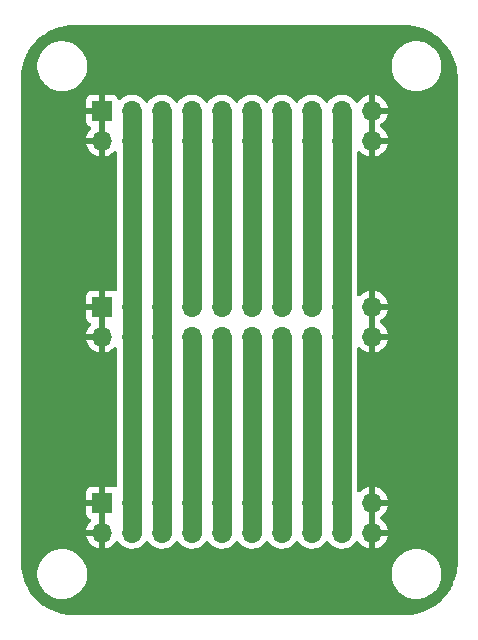
<source format=gbr>
%TF.GenerationSoftware,KiCad,Pcbnew,(6.0.9)*%
%TF.CreationDate,2022-11-26T13:39:15+01:00*%
%TF.ProjectId,backbone,6261636b-626f-46e6-952e-6b696361645f,rev?*%
%TF.SameCoordinates,Original*%
%TF.FileFunction,Copper,L1,Top*%
%TF.FilePolarity,Positive*%
%FSLAX46Y46*%
G04 Gerber Fmt 4.6, Leading zero omitted, Abs format (unit mm)*
G04 Created by KiCad (PCBNEW (6.0.9)) date 2022-11-26 13:39:15*
%MOMM*%
%LPD*%
G01*
G04 APERTURE LIST*
%TA.AperFunction,ComponentPad*%
%ADD10R,1.700000X1.700000*%
%TD*%
%TA.AperFunction,ComponentPad*%
%ADD11O,1.700000X1.700000*%
%TD*%
%TA.AperFunction,Conductor*%
%ADD12C,1.600000*%
%TD*%
G04 APERTURE END LIST*
D10*
%TO.P,J1,1,Pin_1*%
%TO.N,GND*%
X147380000Y-109960000D03*
D11*
%TO.P,J1,2,Pin_2*%
X147380000Y-112500000D03*
%TO.P,J1,3,Pin_3*%
%TO.N,4V*%
X149920000Y-109960000D03*
%TO.P,J1,4,Pin_4*%
X149920000Y-112500000D03*
%TO.P,J1,5,Pin_5*%
%TO.N,NC*%
X152460000Y-109960000D03*
%TO.P,J1,6,Pin_6*%
X152460000Y-112500000D03*
%TO.P,J1,7,Pin_7*%
%TO.N,NC0*%
X155000000Y-109960000D03*
%TO.P,J1,8,Pin_8*%
X155000000Y-112500000D03*
%TO.P,J1,9,Pin_9*%
%TO.N,MCU_RX_COM_TX*%
X157540000Y-109960000D03*
%TO.P,J1,10,Pin_10*%
X157540000Y-112500000D03*
%TO.P,J1,11,Pin_11*%
%TO.N,MCU_TX_COM_RX*%
X160080000Y-109960000D03*
%TO.P,J1,12,Pin_12*%
X160080000Y-112500000D03*
%TO.P,J1,13,Pin_13*%
%TO.N,NC1*%
X162620000Y-109960000D03*
%TO.P,J1,14,Pin_14*%
X162620000Y-112500000D03*
%TO.P,J1,15,Pin_15*%
%TO.N,NC2*%
X165160000Y-109960000D03*
%TO.P,J1,16,Pin_16*%
X165160000Y-112500000D03*
%TO.P,J1,17,Pin_17*%
%TO.N,3.3V*%
X167700000Y-109960000D03*
%TO.P,J1,18,Pin_18*%
X167700000Y-112500000D03*
%TO.P,J1,19,Pin_19*%
%TO.N,GND*%
X170240000Y-109960000D03*
%TO.P,J1,20,Pin_20*%
X170240000Y-112500000D03*
%TD*%
D10*
%TO.P,J3,1,Pin_1*%
%TO.N,GND*%
X147380000Y-76760000D03*
D11*
%TO.P,J3,2,Pin_2*%
X147380000Y-79300000D03*
%TO.P,J3,3,Pin_3*%
%TO.N,4V*%
X149920000Y-76760000D03*
%TO.P,J3,4,Pin_4*%
X149920000Y-79300000D03*
%TO.P,J3,5,Pin_5*%
%TO.N,NC*%
X152460000Y-76760000D03*
%TO.P,J3,6,Pin_6*%
X152460000Y-79300000D03*
%TO.P,J3,7,Pin_7*%
%TO.N,ADC_VBAT*%
X155000000Y-76760000D03*
%TO.P,J3,8,Pin_8*%
X155000000Y-79300000D03*
%TO.P,J3,9,Pin_9*%
%TO.N,ADC_3.3V*%
X157540000Y-76760000D03*
%TO.P,J3,10,Pin_10*%
X157540000Y-79300000D03*
%TO.P,J3,11,Pin_11*%
%TO.N,ADC_4V*%
X160080000Y-76760000D03*
%TO.P,J3,12,Pin_12*%
X160080000Y-79300000D03*
%TO.P,J3,13,Pin_13*%
%TO.N,ROPE_CUT*%
X162620000Y-76760000D03*
%TO.P,J3,14,Pin_14*%
X162620000Y-79300000D03*
%TO.P,J3,15,Pin_15*%
%TO.N,BUZZER*%
X165160000Y-76760000D03*
%TO.P,J3,16,Pin_16*%
X165160000Y-79300000D03*
%TO.P,J3,17,Pin_17*%
%TO.N,3.3V*%
X167700000Y-76760000D03*
%TO.P,J3,18,Pin_18*%
X167700000Y-79300000D03*
%TO.P,J3,19,Pin_19*%
%TO.N,GND*%
X170240000Y-76760000D03*
%TO.P,J3,20,Pin_20*%
X170240000Y-79300000D03*
%TD*%
D10*
%TO.P,J2,1,Pin_1*%
%TO.N,GND*%
X147380000Y-93360000D03*
D11*
%TO.P,J2,2,Pin_2*%
X147380000Y-95900000D03*
%TO.P,J2,3,Pin_3*%
%TO.N,4V*%
X149920000Y-93360000D03*
%TO.P,J2,4,Pin_4*%
X149920000Y-95900000D03*
%TO.P,J2,5,Pin_5*%
%TO.N,NC*%
X152460000Y-93360000D03*
%TO.P,J2,6,Pin_6*%
X152460000Y-95900000D03*
%TO.P,J2,7,Pin_7*%
%TO.N,ADC_VBAT*%
X155000000Y-93360000D03*
%TO.P,J2,8,Pin_8*%
%TO.N,NC0*%
X155000000Y-95900000D03*
%TO.P,J2,9,Pin_9*%
%TO.N,ADC_3.3V*%
X157540000Y-93360000D03*
%TO.P,J2,10,Pin_10*%
%TO.N,MCU_RX_COM_TX*%
X157540000Y-95900000D03*
%TO.P,J2,11,Pin_11*%
%TO.N,ADC_4V*%
X160080000Y-93360000D03*
%TO.P,J2,12,Pin_12*%
%TO.N,MCU_TX_COM_RX*%
X160080000Y-95900000D03*
%TO.P,J2,13,Pin_13*%
%TO.N,ROPE_CUT*%
X162620000Y-93360000D03*
%TO.P,J2,14,Pin_14*%
%TO.N,NC1*%
X162620000Y-95900000D03*
%TO.P,J2,15,Pin_15*%
%TO.N,BUZZER*%
X165160000Y-93360000D03*
%TO.P,J2,16,Pin_16*%
%TO.N,NC2*%
X165160000Y-95900000D03*
%TO.P,J2,17,Pin_17*%
%TO.N,3.3V*%
X167700000Y-93360000D03*
%TO.P,J2,18,Pin_18*%
X167700000Y-95900000D03*
%TO.P,J2,19,Pin_19*%
%TO.N,GND*%
X170240000Y-93360000D03*
%TO.P,J2,20,Pin_20*%
X170240000Y-95900000D03*
%TD*%
D12*
%TO.N,4V*%
X149920000Y-109960000D02*
X149920000Y-95900000D01*
X149920000Y-112500000D02*
X149920000Y-109960000D01*
X149920000Y-95900000D02*
X149920000Y-93360000D01*
X149920000Y-93360000D02*
X149920000Y-79300000D01*
X149920000Y-76760000D02*
X149920000Y-79300000D01*
%TO.N,3.3V*%
X167700000Y-95900000D02*
X167700000Y-109960000D01*
X167700000Y-112500000D02*
X167700000Y-109960000D01*
X167700000Y-93360000D02*
X167700000Y-95900000D01*
X167700000Y-79300000D02*
X167700000Y-93360000D01*
X167700000Y-76760000D02*
X167700000Y-79300000D01*
%TO.N,ADC_VBAT*%
X155000000Y-76760000D02*
X155000000Y-79300000D01*
X155000000Y-79300000D02*
X155000000Y-93360000D01*
%TO.N,ADC_3.3V*%
X157540000Y-79300000D02*
X157540000Y-93360000D01*
X157540000Y-76760000D02*
X157540000Y-79300000D01*
%TO.N,ADC_4V*%
X160080000Y-93360000D02*
X160080000Y-79300000D01*
X160080000Y-76760000D02*
X160080000Y-79300000D01*
%TO.N,ROPE_CUT*%
X162620000Y-79300000D02*
X162620000Y-93360000D01*
X162620000Y-76760000D02*
X162620000Y-79300000D01*
%TO.N,BUZZER*%
X165160000Y-93360000D02*
X165160000Y-79300000D01*
X165160000Y-76760000D02*
X165160000Y-79300000D01*
%TO.N,MCU_RX_COM_TX*%
X157540000Y-112500000D02*
X157540000Y-109960000D01*
X157540000Y-109960000D02*
X157540000Y-95900000D01*
%TO.N,MCU_TX_COM_RX*%
X160080000Y-95900000D02*
X160080000Y-109960000D01*
X160080000Y-109960000D02*
X160080000Y-112500000D01*
%TO.N,NC*%
X152460000Y-109960000D02*
X152460000Y-95900000D01*
X152460000Y-93360000D02*
X152460000Y-95900000D01*
X152460000Y-76760000D02*
X152460000Y-79300000D01*
X152460000Y-112500000D02*
X152460000Y-109960000D01*
X152460000Y-79300000D02*
X152460000Y-93360000D01*
%TO.N,NC0*%
X155000000Y-112500000D02*
X155000000Y-109960000D01*
X155000000Y-109960000D02*
X155000000Y-95900000D01*
%TO.N,NC1*%
X162620000Y-109960000D02*
X162620000Y-112500000D01*
X162620000Y-95900000D02*
X162620000Y-109960000D01*
%TO.N,NC2*%
X165160000Y-112500000D02*
X165160000Y-109960000D01*
X165160000Y-109960000D02*
X165160000Y-95900000D01*
%TD*%
%TA.AperFunction,Conductor*%
%TO.N,GND*%
G36*
X172970018Y-69510000D02*
G01*
X172984851Y-69512310D01*
X172984855Y-69512310D01*
X172993724Y-69513691D01*
X173014183Y-69511016D01*
X173036007Y-69510072D01*
X173385965Y-69525352D01*
X173396913Y-69526310D01*
X173774498Y-69576019D01*
X173785307Y-69577926D01*
X174157114Y-69660353D01*
X174167731Y-69663198D01*
X174530939Y-69777718D01*
X174541254Y-69781471D01*
X174893123Y-69927220D01*
X174903067Y-69931858D01*
X175240867Y-70107705D01*
X175250387Y-70113201D01*
X175571574Y-70317820D01*
X175580578Y-70324124D01*
X175882716Y-70555962D01*
X175891137Y-70563028D01*
X176171914Y-70820314D01*
X176179686Y-70828086D01*
X176436972Y-71108863D01*
X176444038Y-71117284D01*
X176675876Y-71419422D01*
X176682180Y-71428426D01*
X176886799Y-71749613D01*
X176892294Y-71759132D01*
X177036859Y-72036837D01*
X177068138Y-72096924D01*
X177072780Y-72106877D01*
X177218526Y-72458739D01*
X177222282Y-72469061D01*
X177251143Y-72560594D01*
X177336802Y-72832268D01*
X177339647Y-72842885D01*
X177404840Y-73136951D01*
X177422073Y-73214685D01*
X177423981Y-73225502D01*
X177451582Y-73435159D01*
X177473690Y-73603086D01*
X177474648Y-73614035D01*
X177479096Y-73715898D01*
X177489603Y-73956552D01*
X177488223Y-73981429D01*
X177486309Y-73993724D01*
X177487473Y-74002626D01*
X177487473Y-74002628D01*
X177490436Y-74025283D01*
X177491500Y-74041621D01*
X177491500Y-114950633D01*
X177490000Y-114970018D01*
X177487690Y-114984851D01*
X177487690Y-114984855D01*
X177486309Y-114993724D01*
X177488984Y-115014183D01*
X177489928Y-115036007D01*
X177478915Y-115288230D01*
X177474648Y-115385964D01*
X177473690Y-115396913D01*
X177449834Y-115578124D01*
X177423982Y-115774490D01*
X177422074Y-115785307D01*
X177339647Y-116157114D01*
X177336802Y-116167731D01*
X177249842Y-116443534D01*
X177222285Y-116530932D01*
X177218529Y-116541254D01*
X177115439Y-116790136D01*
X177072784Y-116893114D01*
X177068142Y-116903067D01*
X176910362Y-117206161D01*
X176892295Y-117240867D01*
X176886799Y-117250387D01*
X176682180Y-117571574D01*
X176675876Y-117580578D01*
X176444038Y-117882716D01*
X176436972Y-117891137D01*
X176179686Y-118171914D01*
X176171914Y-118179686D01*
X175891137Y-118436972D01*
X175882716Y-118444038D01*
X175580578Y-118675876D01*
X175571574Y-118682180D01*
X175250387Y-118886799D01*
X175240868Y-118892294D01*
X174903067Y-119068142D01*
X174893123Y-119072780D01*
X174541254Y-119218529D01*
X174530939Y-119222282D01*
X174167732Y-119336802D01*
X174157115Y-119339647D01*
X173785307Y-119422074D01*
X173774498Y-119423981D01*
X173396914Y-119473690D01*
X173385965Y-119474648D01*
X173043446Y-119489603D01*
X173018571Y-119488223D01*
X173006276Y-119486309D01*
X172997374Y-119487473D01*
X172997372Y-119487473D01*
X172982323Y-119489441D01*
X172974714Y-119490436D01*
X172958379Y-119491500D01*
X145049367Y-119491500D01*
X145029982Y-119490000D01*
X145015149Y-119487690D01*
X145015145Y-119487690D01*
X145006276Y-119486309D01*
X144985817Y-119488984D01*
X144963993Y-119489928D01*
X144614035Y-119474648D01*
X144603086Y-119473690D01*
X144225502Y-119423981D01*
X144214693Y-119422074D01*
X143842885Y-119339647D01*
X143832268Y-119336802D01*
X143469061Y-119222282D01*
X143458746Y-119218529D01*
X143106877Y-119072780D01*
X143096933Y-119068142D01*
X142759132Y-118892294D01*
X142749613Y-118886799D01*
X142428426Y-118682180D01*
X142419422Y-118675876D01*
X142117284Y-118444038D01*
X142108863Y-118436972D01*
X141828086Y-118179686D01*
X141820314Y-118171914D01*
X141563028Y-117891137D01*
X141555962Y-117882716D01*
X141324124Y-117580578D01*
X141317820Y-117571574D01*
X141113201Y-117250387D01*
X141107705Y-117240867D01*
X141089638Y-117206161D01*
X140931858Y-116903067D01*
X140927216Y-116893114D01*
X140884562Y-116790136D01*
X140781471Y-116541254D01*
X140777715Y-116530932D01*
X140750159Y-116443534D01*
X140663198Y-116167731D01*
X140660353Y-116157114D01*
X140654941Y-116132703D01*
X141890743Y-116132703D01*
X141891302Y-116136947D01*
X141891302Y-116136951D01*
X141907810Y-116262340D01*
X141928268Y-116417734D01*
X142004129Y-116695036D01*
X142116923Y-116959476D01*
X142264561Y-117206161D01*
X142444313Y-117430528D01*
X142461397Y-117446740D01*
X142592945Y-117571574D01*
X142652851Y-117628423D01*
X142886317Y-117796186D01*
X142890112Y-117798195D01*
X142890113Y-117798196D01*
X142911869Y-117809715D01*
X143140392Y-117930712D01*
X143410373Y-118029511D01*
X143691264Y-118090755D01*
X143719841Y-118093004D01*
X143914282Y-118108307D01*
X143914291Y-118108307D01*
X143916739Y-118108500D01*
X144072271Y-118108500D01*
X144074407Y-118108354D01*
X144074418Y-118108354D01*
X144282548Y-118094165D01*
X144282554Y-118094164D01*
X144286825Y-118093873D01*
X144291020Y-118093004D01*
X144291022Y-118093004D01*
X144427583Y-118064724D01*
X144568342Y-118035574D01*
X144839343Y-117939607D01*
X145094812Y-117807750D01*
X145098313Y-117805289D01*
X145098317Y-117805287D01*
X145212418Y-117725095D01*
X145330023Y-117642441D01*
X145540622Y-117446740D01*
X145722713Y-117224268D01*
X145872927Y-116979142D01*
X145908463Y-116898190D01*
X145986757Y-116719830D01*
X145988483Y-116715898D01*
X146067244Y-116439406D01*
X146107751Y-116154784D01*
X146107845Y-116136951D01*
X146107867Y-116132703D01*
X171890743Y-116132703D01*
X171891302Y-116136947D01*
X171891302Y-116136951D01*
X171907810Y-116262340D01*
X171928268Y-116417734D01*
X172004129Y-116695036D01*
X172116923Y-116959476D01*
X172264561Y-117206161D01*
X172444313Y-117430528D01*
X172461397Y-117446740D01*
X172592945Y-117571574D01*
X172652851Y-117628423D01*
X172886317Y-117796186D01*
X172890112Y-117798195D01*
X172890113Y-117798196D01*
X172911869Y-117809715D01*
X173140392Y-117930712D01*
X173410373Y-118029511D01*
X173691264Y-118090755D01*
X173719841Y-118093004D01*
X173914282Y-118108307D01*
X173914291Y-118108307D01*
X173916739Y-118108500D01*
X174072271Y-118108500D01*
X174074407Y-118108354D01*
X174074418Y-118108354D01*
X174282548Y-118094165D01*
X174282554Y-118094164D01*
X174286825Y-118093873D01*
X174291020Y-118093004D01*
X174291022Y-118093004D01*
X174427583Y-118064724D01*
X174568342Y-118035574D01*
X174839343Y-117939607D01*
X175094812Y-117807750D01*
X175098313Y-117805289D01*
X175098317Y-117805287D01*
X175212418Y-117725095D01*
X175330023Y-117642441D01*
X175540622Y-117446740D01*
X175722713Y-117224268D01*
X175872927Y-116979142D01*
X175908463Y-116898190D01*
X175986757Y-116719830D01*
X175988483Y-116715898D01*
X176067244Y-116439406D01*
X176107751Y-116154784D01*
X176107845Y-116136951D01*
X176109235Y-115871583D01*
X176109235Y-115871576D01*
X176109257Y-115867297D01*
X176071732Y-115582266D01*
X175995871Y-115304964D01*
X175883077Y-115040524D01*
X175735439Y-114793839D01*
X175555687Y-114569472D01*
X175347149Y-114371577D01*
X175113683Y-114203814D01*
X175091843Y-114192250D01*
X175068654Y-114179972D01*
X174859608Y-114069288D01*
X174589627Y-113970489D01*
X174308736Y-113909245D01*
X174277685Y-113906801D01*
X174085718Y-113891693D01*
X174085709Y-113891693D01*
X174083261Y-113891500D01*
X173927729Y-113891500D01*
X173925593Y-113891646D01*
X173925582Y-113891646D01*
X173717452Y-113905835D01*
X173717446Y-113905836D01*
X173713175Y-113906127D01*
X173708980Y-113906996D01*
X173708978Y-113906996D01*
X173572417Y-113935276D01*
X173431658Y-113964426D01*
X173160657Y-114060393D01*
X172905188Y-114192250D01*
X172901687Y-114194711D01*
X172901683Y-114194713D01*
X172891594Y-114201804D01*
X172669977Y-114357559D01*
X172459378Y-114553260D01*
X172277287Y-114775732D01*
X172127073Y-115020858D01*
X172011517Y-115284102D01*
X171932756Y-115560594D01*
X171892249Y-115845216D01*
X171892227Y-115849505D01*
X171892226Y-115849512D01*
X171891923Y-115907445D01*
X171890743Y-116132703D01*
X146107867Y-116132703D01*
X146109235Y-115871583D01*
X146109235Y-115871576D01*
X146109257Y-115867297D01*
X146071732Y-115582266D01*
X145995871Y-115304964D01*
X145883077Y-115040524D01*
X145735439Y-114793839D01*
X145555687Y-114569472D01*
X145347149Y-114371577D01*
X145113683Y-114203814D01*
X145091843Y-114192250D01*
X145068654Y-114179972D01*
X144859608Y-114069288D01*
X144589627Y-113970489D01*
X144308736Y-113909245D01*
X144277685Y-113906801D01*
X144085718Y-113891693D01*
X144085709Y-113891693D01*
X144083261Y-113891500D01*
X143927729Y-113891500D01*
X143925593Y-113891646D01*
X143925582Y-113891646D01*
X143717452Y-113905835D01*
X143717446Y-113905836D01*
X143713175Y-113906127D01*
X143708980Y-113906996D01*
X143708978Y-113906996D01*
X143572417Y-113935276D01*
X143431658Y-113964426D01*
X143160657Y-114060393D01*
X142905188Y-114192250D01*
X142901687Y-114194711D01*
X142901683Y-114194713D01*
X142891594Y-114201804D01*
X142669977Y-114357559D01*
X142459378Y-114553260D01*
X142277287Y-114775732D01*
X142127073Y-115020858D01*
X142011517Y-115284102D01*
X141932756Y-115560594D01*
X141892249Y-115845216D01*
X141892227Y-115849505D01*
X141892226Y-115849512D01*
X141891923Y-115907445D01*
X141890743Y-116132703D01*
X140654941Y-116132703D01*
X140577926Y-115785307D01*
X140576018Y-115774490D01*
X140550167Y-115578124D01*
X140526310Y-115396913D01*
X140525352Y-115385964D01*
X140521085Y-115288230D01*
X140510561Y-115047206D01*
X140512188Y-115020805D01*
X140512769Y-115017352D01*
X140512770Y-115017345D01*
X140513576Y-115012552D01*
X140513729Y-115000000D01*
X140509773Y-114972376D01*
X140508500Y-114954514D01*
X140508500Y-112767966D01*
X146048257Y-112767966D01*
X146078565Y-112902446D01*
X146081645Y-112912275D01*
X146161770Y-113109603D01*
X146166413Y-113118794D01*
X146277694Y-113300388D01*
X146283777Y-113308699D01*
X146423213Y-113469667D01*
X146430580Y-113476883D01*
X146594434Y-113612916D01*
X146602881Y-113618831D01*
X146786756Y-113726279D01*
X146796042Y-113730729D01*
X146995001Y-113806703D01*
X147004899Y-113809579D01*
X147108250Y-113830606D01*
X147122299Y-113829410D01*
X147126000Y-113819065D01*
X147126000Y-113818517D01*
X147634000Y-113818517D01*
X147638064Y-113832359D01*
X147651478Y-113834393D01*
X147658184Y-113833534D01*
X147668262Y-113831392D01*
X147872255Y-113770191D01*
X147881842Y-113766433D01*
X148073095Y-113672739D01*
X148081945Y-113667464D01*
X148255328Y-113543792D01*
X148263200Y-113537139D01*
X148414052Y-113386812D01*
X148420730Y-113378965D01*
X148548022Y-113201819D01*
X148549279Y-113202722D01*
X148596373Y-113159362D01*
X148666311Y-113147145D01*
X148731751Y-113174678D01*
X148759579Y-113206511D01*
X148819987Y-113305088D01*
X148966250Y-113473938D01*
X149138126Y-113616632D01*
X149331000Y-113729338D01*
X149539692Y-113809030D01*
X149544760Y-113810061D01*
X149544763Y-113810062D01*
X149639862Y-113829410D01*
X149758597Y-113853567D01*
X149763772Y-113853757D01*
X149763774Y-113853757D01*
X149976673Y-113861564D01*
X149976677Y-113861564D01*
X149981837Y-113861753D01*
X149986957Y-113861097D01*
X149986959Y-113861097D01*
X150198288Y-113834025D01*
X150198289Y-113834025D01*
X150203416Y-113833368D01*
X150208366Y-113831883D01*
X150412429Y-113770661D01*
X150412434Y-113770659D01*
X150417384Y-113769174D01*
X150617994Y-113670896D01*
X150799860Y-113541173D01*
X150958096Y-113383489D01*
X151088453Y-113202077D01*
X151089776Y-113203028D01*
X151136645Y-113159857D01*
X151206580Y-113147625D01*
X151272026Y-113175144D01*
X151299875Y-113206994D01*
X151359987Y-113305088D01*
X151506250Y-113473938D01*
X151678126Y-113616632D01*
X151871000Y-113729338D01*
X152079692Y-113809030D01*
X152084760Y-113810061D01*
X152084763Y-113810062D01*
X152179862Y-113829410D01*
X152298597Y-113853567D01*
X152303772Y-113853757D01*
X152303774Y-113853757D01*
X152516673Y-113861564D01*
X152516677Y-113861564D01*
X152521837Y-113861753D01*
X152526957Y-113861097D01*
X152526959Y-113861097D01*
X152738288Y-113834025D01*
X152738289Y-113834025D01*
X152743416Y-113833368D01*
X152748366Y-113831883D01*
X152952429Y-113770661D01*
X152952434Y-113770659D01*
X152957384Y-113769174D01*
X153157994Y-113670896D01*
X153339860Y-113541173D01*
X153498096Y-113383489D01*
X153628453Y-113202077D01*
X153629776Y-113203028D01*
X153676645Y-113159857D01*
X153746580Y-113147625D01*
X153812026Y-113175144D01*
X153839875Y-113206994D01*
X153899987Y-113305088D01*
X154046250Y-113473938D01*
X154218126Y-113616632D01*
X154411000Y-113729338D01*
X154619692Y-113809030D01*
X154624760Y-113810061D01*
X154624763Y-113810062D01*
X154719862Y-113829410D01*
X154838597Y-113853567D01*
X154843772Y-113853757D01*
X154843774Y-113853757D01*
X155056673Y-113861564D01*
X155056677Y-113861564D01*
X155061837Y-113861753D01*
X155066957Y-113861097D01*
X155066959Y-113861097D01*
X155278288Y-113834025D01*
X155278289Y-113834025D01*
X155283416Y-113833368D01*
X155288366Y-113831883D01*
X155492429Y-113770661D01*
X155492434Y-113770659D01*
X155497384Y-113769174D01*
X155697994Y-113670896D01*
X155879860Y-113541173D01*
X156038096Y-113383489D01*
X156168453Y-113202077D01*
X156169776Y-113203028D01*
X156216645Y-113159857D01*
X156286580Y-113147625D01*
X156352026Y-113175144D01*
X156379875Y-113206994D01*
X156439987Y-113305088D01*
X156586250Y-113473938D01*
X156758126Y-113616632D01*
X156951000Y-113729338D01*
X157159692Y-113809030D01*
X157164760Y-113810061D01*
X157164763Y-113810062D01*
X157259862Y-113829410D01*
X157378597Y-113853567D01*
X157383772Y-113853757D01*
X157383774Y-113853757D01*
X157596673Y-113861564D01*
X157596677Y-113861564D01*
X157601837Y-113861753D01*
X157606957Y-113861097D01*
X157606959Y-113861097D01*
X157818288Y-113834025D01*
X157818289Y-113834025D01*
X157823416Y-113833368D01*
X157828366Y-113831883D01*
X158032429Y-113770661D01*
X158032434Y-113770659D01*
X158037384Y-113769174D01*
X158237994Y-113670896D01*
X158419860Y-113541173D01*
X158578096Y-113383489D01*
X158708453Y-113202077D01*
X158709776Y-113203028D01*
X158756645Y-113159857D01*
X158826580Y-113147625D01*
X158892026Y-113175144D01*
X158919875Y-113206994D01*
X158979987Y-113305088D01*
X159126250Y-113473938D01*
X159298126Y-113616632D01*
X159491000Y-113729338D01*
X159699692Y-113809030D01*
X159704760Y-113810061D01*
X159704763Y-113810062D01*
X159799862Y-113829410D01*
X159918597Y-113853567D01*
X159923772Y-113853757D01*
X159923774Y-113853757D01*
X160136673Y-113861564D01*
X160136677Y-113861564D01*
X160141837Y-113861753D01*
X160146957Y-113861097D01*
X160146959Y-113861097D01*
X160358288Y-113834025D01*
X160358289Y-113834025D01*
X160363416Y-113833368D01*
X160368366Y-113831883D01*
X160572429Y-113770661D01*
X160572434Y-113770659D01*
X160577384Y-113769174D01*
X160777994Y-113670896D01*
X160959860Y-113541173D01*
X161118096Y-113383489D01*
X161248453Y-113202077D01*
X161249776Y-113203028D01*
X161296645Y-113159857D01*
X161366580Y-113147625D01*
X161432026Y-113175144D01*
X161459875Y-113206994D01*
X161519987Y-113305088D01*
X161666250Y-113473938D01*
X161838126Y-113616632D01*
X162031000Y-113729338D01*
X162239692Y-113809030D01*
X162244760Y-113810061D01*
X162244763Y-113810062D01*
X162339862Y-113829410D01*
X162458597Y-113853567D01*
X162463772Y-113853757D01*
X162463774Y-113853757D01*
X162676673Y-113861564D01*
X162676677Y-113861564D01*
X162681837Y-113861753D01*
X162686957Y-113861097D01*
X162686959Y-113861097D01*
X162898288Y-113834025D01*
X162898289Y-113834025D01*
X162903416Y-113833368D01*
X162908366Y-113831883D01*
X163112429Y-113770661D01*
X163112434Y-113770659D01*
X163117384Y-113769174D01*
X163317994Y-113670896D01*
X163499860Y-113541173D01*
X163658096Y-113383489D01*
X163788453Y-113202077D01*
X163789776Y-113203028D01*
X163836645Y-113159857D01*
X163906580Y-113147625D01*
X163972026Y-113175144D01*
X163999875Y-113206994D01*
X164059987Y-113305088D01*
X164206250Y-113473938D01*
X164378126Y-113616632D01*
X164571000Y-113729338D01*
X164779692Y-113809030D01*
X164784760Y-113810061D01*
X164784763Y-113810062D01*
X164879862Y-113829410D01*
X164998597Y-113853567D01*
X165003772Y-113853757D01*
X165003774Y-113853757D01*
X165216673Y-113861564D01*
X165216677Y-113861564D01*
X165221837Y-113861753D01*
X165226957Y-113861097D01*
X165226959Y-113861097D01*
X165438288Y-113834025D01*
X165438289Y-113834025D01*
X165443416Y-113833368D01*
X165448366Y-113831883D01*
X165652429Y-113770661D01*
X165652434Y-113770659D01*
X165657384Y-113769174D01*
X165857994Y-113670896D01*
X166039860Y-113541173D01*
X166198096Y-113383489D01*
X166328453Y-113202077D01*
X166329776Y-113203028D01*
X166376645Y-113159857D01*
X166446580Y-113147625D01*
X166512026Y-113175144D01*
X166539875Y-113206994D01*
X166599987Y-113305088D01*
X166746250Y-113473938D01*
X166918126Y-113616632D01*
X167111000Y-113729338D01*
X167319692Y-113809030D01*
X167324760Y-113810061D01*
X167324763Y-113810062D01*
X167419862Y-113829410D01*
X167538597Y-113853567D01*
X167543772Y-113853757D01*
X167543774Y-113853757D01*
X167756673Y-113861564D01*
X167756677Y-113861564D01*
X167761837Y-113861753D01*
X167766957Y-113861097D01*
X167766959Y-113861097D01*
X167978288Y-113834025D01*
X167978289Y-113834025D01*
X167983416Y-113833368D01*
X167988366Y-113831883D01*
X168192429Y-113770661D01*
X168192434Y-113770659D01*
X168197384Y-113769174D01*
X168397994Y-113670896D01*
X168579860Y-113541173D01*
X168738096Y-113383489D01*
X168868453Y-113202077D01*
X168869640Y-113202930D01*
X168916960Y-113159362D01*
X168986897Y-113147145D01*
X169052338Y-113174678D01*
X169080166Y-113206511D01*
X169137694Y-113300388D01*
X169143777Y-113308699D01*
X169283213Y-113469667D01*
X169290580Y-113476883D01*
X169454434Y-113612916D01*
X169462881Y-113618831D01*
X169646756Y-113726279D01*
X169656042Y-113730729D01*
X169855001Y-113806703D01*
X169864899Y-113809579D01*
X169968250Y-113830606D01*
X169982299Y-113829410D01*
X169986000Y-113819065D01*
X169986000Y-113818517D01*
X170494000Y-113818517D01*
X170498064Y-113832359D01*
X170511478Y-113834393D01*
X170518184Y-113833534D01*
X170528262Y-113831392D01*
X170732255Y-113770191D01*
X170741842Y-113766433D01*
X170933095Y-113672739D01*
X170941945Y-113667464D01*
X171115328Y-113543792D01*
X171123200Y-113537139D01*
X171274052Y-113386812D01*
X171280730Y-113378965D01*
X171405003Y-113206020D01*
X171410313Y-113197183D01*
X171504670Y-113006267D01*
X171508469Y-112996672D01*
X171570377Y-112792910D01*
X171572555Y-112782837D01*
X171573986Y-112771962D01*
X171571775Y-112757778D01*
X171558617Y-112754000D01*
X170512115Y-112754000D01*
X170496876Y-112758475D01*
X170495671Y-112759865D01*
X170494000Y-112767548D01*
X170494000Y-113818517D01*
X169986000Y-113818517D01*
X169986000Y-112227885D01*
X170494000Y-112227885D01*
X170498475Y-112243124D01*
X170499865Y-112244329D01*
X170507548Y-112246000D01*
X171558344Y-112246000D01*
X171571875Y-112242027D01*
X171573180Y-112232947D01*
X171531214Y-112065875D01*
X171527894Y-112056124D01*
X171442972Y-111860814D01*
X171438105Y-111851739D01*
X171322426Y-111672926D01*
X171316136Y-111664757D01*
X171172806Y-111507240D01*
X171165273Y-111500215D01*
X170998139Y-111368222D01*
X170989552Y-111362517D01*
X170952116Y-111341851D01*
X170902146Y-111291419D01*
X170887374Y-111221976D01*
X170912490Y-111155571D01*
X170939842Y-111128964D01*
X171115327Y-111003792D01*
X171123200Y-110997139D01*
X171274052Y-110846812D01*
X171280730Y-110838965D01*
X171405003Y-110666020D01*
X171410313Y-110657183D01*
X171504670Y-110466267D01*
X171508469Y-110456672D01*
X171570377Y-110252910D01*
X171572555Y-110242837D01*
X171573986Y-110231962D01*
X171571775Y-110217778D01*
X171558617Y-110214000D01*
X170512115Y-110214000D01*
X170496876Y-110218475D01*
X170495671Y-110219865D01*
X170494000Y-110227548D01*
X170494000Y-112227885D01*
X169986000Y-112227885D01*
X169986000Y-109687885D01*
X170494000Y-109687885D01*
X170498475Y-109703124D01*
X170499865Y-109704329D01*
X170507548Y-109706000D01*
X171558344Y-109706000D01*
X171571875Y-109702027D01*
X171573180Y-109692947D01*
X171531214Y-109525875D01*
X171527894Y-109516124D01*
X171442972Y-109320814D01*
X171438105Y-109311739D01*
X171322426Y-109132926D01*
X171316136Y-109124757D01*
X171172806Y-108967240D01*
X171165273Y-108960215D01*
X170998139Y-108828222D01*
X170989552Y-108822517D01*
X170803117Y-108719599D01*
X170793705Y-108715369D01*
X170592959Y-108644280D01*
X170582988Y-108641646D01*
X170511837Y-108628972D01*
X170498540Y-108630432D01*
X170494000Y-108644989D01*
X170494000Y-109687885D01*
X169986000Y-109687885D01*
X169986000Y-108643102D01*
X169982082Y-108629758D01*
X169967806Y-108627771D01*
X169929324Y-108633660D01*
X169919288Y-108636051D01*
X169716868Y-108702212D01*
X169707359Y-108706209D01*
X169518463Y-108804542D01*
X169509738Y-108810036D01*
X169339433Y-108937905D01*
X169331726Y-108944748D01*
X169225594Y-109055809D01*
X169164070Y-109091239D01*
X169093157Y-109087782D01*
X169035371Y-109046536D01*
X169009057Y-108980596D01*
X169008500Y-108968758D01*
X169008500Y-96890431D01*
X169028502Y-96822310D01*
X169082158Y-96775817D01*
X169152432Y-96765713D01*
X169217012Y-96795207D01*
X169229737Y-96807933D01*
X169283218Y-96869673D01*
X169290580Y-96876883D01*
X169454434Y-97012916D01*
X169462881Y-97018831D01*
X169646756Y-97126279D01*
X169656042Y-97130729D01*
X169855001Y-97206703D01*
X169864899Y-97209579D01*
X169968250Y-97230606D01*
X169982299Y-97229410D01*
X169986000Y-97219065D01*
X169986000Y-97218517D01*
X170494000Y-97218517D01*
X170498064Y-97232359D01*
X170511478Y-97234393D01*
X170518184Y-97233534D01*
X170528262Y-97231392D01*
X170732255Y-97170191D01*
X170741842Y-97166433D01*
X170933095Y-97072739D01*
X170941945Y-97067464D01*
X171115328Y-96943792D01*
X171123200Y-96937139D01*
X171274052Y-96786812D01*
X171280730Y-96778965D01*
X171405003Y-96606020D01*
X171410313Y-96597183D01*
X171504670Y-96406267D01*
X171508469Y-96396672D01*
X171570377Y-96192910D01*
X171572555Y-96182837D01*
X171573986Y-96171962D01*
X171571775Y-96157778D01*
X171558617Y-96154000D01*
X170512115Y-96154000D01*
X170496876Y-96158475D01*
X170495671Y-96159865D01*
X170494000Y-96167548D01*
X170494000Y-97218517D01*
X169986000Y-97218517D01*
X169986000Y-95627885D01*
X170494000Y-95627885D01*
X170498475Y-95643124D01*
X170499865Y-95644329D01*
X170507548Y-95646000D01*
X171558344Y-95646000D01*
X171571875Y-95642027D01*
X171573180Y-95632947D01*
X171531214Y-95465875D01*
X171527894Y-95456124D01*
X171442972Y-95260814D01*
X171438105Y-95251739D01*
X171322426Y-95072926D01*
X171316136Y-95064757D01*
X171172806Y-94907240D01*
X171165273Y-94900215D01*
X170998139Y-94768222D01*
X170989552Y-94762517D01*
X170952116Y-94741851D01*
X170902146Y-94691419D01*
X170887374Y-94621976D01*
X170912490Y-94555571D01*
X170939842Y-94528964D01*
X171115327Y-94403792D01*
X171123200Y-94397139D01*
X171274052Y-94246812D01*
X171280730Y-94238965D01*
X171405003Y-94066020D01*
X171410313Y-94057183D01*
X171504670Y-93866267D01*
X171508469Y-93856672D01*
X171570377Y-93652910D01*
X171572555Y-93642837D01*
X171573986Y-93631962D01*
X171571775Y-93617778D01*
X171558617Y-93614000D01*
X170512115Y-93614000D01*
X170496876Y-93618475D01*
X170495671Y-93619865D01*
X170494000Y-93627548D01*
X170494000Y-95627885D01*
X169986000Y-95627885D01*
X169986000Y-93087885D01*
X170494000Y-93087885D01*
X170498475Y-93103124D01*
X170499865Y-93104329D01*
X170507548Y-93106000D01*
X171558344Y-93106000D01*
X171571875Y-93102027D01*
X171573180Y-93092947D01*
X171531214Y-92925875D01*
X171527894Y-92916124D01*
X171442972Y-92720814D01*
X171438105Y-92711739D01*
X171322426Y-92532926D01*
X171316136Y-92524757D01*
X171172806Y-92367240D01*
X171165273Y-92360215D01*
X170998139Y-92228222D01*
X170989552Y-92222517D01*
X170803117Y-92119599D01*
X170793705Y-92115369D01*
X170592959Y-92044280D01*
X170582988Y-92041646D01*
X170511837Y-92028972D01*
X170498540Y-92030432D01*
X170494000Y-92044989D01*
X170494000Y-93087885D01*
X169986000Y-93087885D01*
X169986000Y-92043102D01*
X169982082Y-92029758D01*
X169967806Y-92027771D01*
X169929324Y-92033660D01*
X169919288Y-92036051D01*
X169716868Y-92102212D01*
X169707359Y-92106209D01*
X169518463Y-92204542D01*
X169509738Y-92210036D01*
X169339433Y-92337905D01*
X169331726Y-92344748D01*
X169225594Y-92455809D01*
X169164070Y-92491239D01*
X169093157Y-92487782D01*
X169035371Y-92446536D01*
X169009057Y-92380596D01*
X169008500Y-92368758D01*
X169008500Y-80290431D01*
X169028502Y-80222310D01*
X169082158Y-80175817D01*
X169152432Y-80165713D01*
X169217012Y-80195207D01*
X169229737Y-80207933D01*
X169283218Y-80269673D01*
X169290580Y-80276883D01*
X169454434Y-80412916D01*
X169462881Y-80418831D01*
X169646756Y-80526279D01*
X169656042Y-80530729D01*
X169855001Y-80606703D01*
X169864899Y-80609579D01*
X169968250Y-80630606D01*
X169982299Y-80629410D01*
X169986000Y-80619065D01*
X169986000Y-80618517D01*
X170494000Y-80618517D01*
X170498064Y-80632359D01*
X170511478Y-80634393D01*
X170518184Y-80633534D01*
X170528262Y-80631392D01*
X170732255Y-80570191D01*
X170741842Y-80566433D01*
X170933095Y-80472739D01*
X170941945Y-80467464D01*
X171115328Y-80343792D01*
X171123200Y-80337139D01*
X171274052Y-80186812D01*
X171280730Y-80178965D01*
X171405003Y-80006020D01*
X171410313Y-79997183D01*
X171504670Y-79806267D01*
X171508469Y-79796672D01*
X171570377Y-79592910D01*
X171572555Y-79582837D01*
X171573986Y-79571962D01*
X171571775Y-79557778D01*
X171558617Y-79554000D01*
X170512115Y-79554000D01*
X170496876Y-79558475D01*
X170495671Y-79559865D01*
X170494000Y-79567548D01*
X170494000Y-80618517D01*
X169986000Y-80618517D01*
X169986000Y-79027885D01*
X170494000Y-79027885D01*
X170498475Y-79043124D01*
X170499865Y-79044329D01*
X170507548Y-79046000D01*
X171558344Y-79046000D01*
X171571875Y-79042027D01*
X171573180Y-79032947D01*
X171531214Y-78865875D01*
X171527894Y-78856124D01*
X171442972Y-78660814D01*
X171438105Y-78651739D01*
X171322426Y-78472926D01*
X171316136Y-78464757D01*
X171172806Y-78307240D01*
X171165273Y-78300215D01*
X170998139Y-78168222D01*
X170989552Y-78162517D01*
X170952116Y-78141851D01*
X170902146Y-78091419D01*
X170887374Y-78021976D01*
X170912490Y-77955571D01*
X170939842Y-77928964D01*
X171115327Y-77803792D01*
X171123200Y-77797139D01*
X171274052Y-77646812D01*
X171280730Y-77638965D01*
X171405003Y-77466020D01*
X171410313Y-77457183D01*
X171504670Y-77266267D01*
X171508469Y-77256672D01*
X171570377Y-77052910D01*
X171572555Y-77042837D01*
X171573986Y-77031962D01*
X171571775Y-77017778D01*
X171558617Y-77014000D01*
X170512115Y-77014000D01*
X170496876Y-77018475D01*
X170495671Y-77019865D01*
X170494000Y-77027548D01*
X170494000Y-79027885D01*
X169986000Y-79027885D01*
X169986000Y-76487885D01*
X170494000Y-76487885D01*
X170498475Y-76503124D01*
X170499865Y-76504329D01*
X170507548Y-76506000D01*
X171558344Y-76506000D01*
X171571875Y-76502027D01*
X171573180Y-76492947D01*
X171531214Y-76325875D01*
X171527894Y-76316124D01*
X171442972Y-76120814D01*
X171438105Y-76111739D01*
X171322426Y-75932926D01*
X171316136Y-75924757D01*
X171172806Y-75767240D01*
X171165273Y-75760215D01*
X170998139Y-75628222D01*
X170989552Y-75622517D01*
X170803117Y-75519599D01*
X170793705Y-75515369D01*
X170592959Y-75444280D01*
X170582988Y-75441646D01*
X170511837Y-75428972D01*
X170498540Y-75430432D01*
X170494000Y-75444989D01*
X170494000Y-76487885D01*
X169986000Y-76487885D01*
X169986000Y-75443102D01*
X169982082Y-75429758D01*
X169967806Y-75427771D01*
X169929324Y-75433660D01*
X169919288Y-75436051D01*
X169716868Y-75502212D01*
X169707359Y-75506209D01*
X169518463Y-75604542D01*
X169509738Y-75610036D01*
X169339433Y-75737905D01*
X169331726Y-75744748D01*
X169184590Y-75898717D01*
X169178109Y-75906722D01*
X169073498Y-76060074D01*
X169018587Y-76105076D01*
X168948062Y-76113247D01*
X168884315Y-76081993D01*
X168863618Y-76057509D01*
X168782822Y-75932617D01*
X168782820Y-75932614D01*
X168780014Y-75928277D01*
X168629670Y-75763051D01*
X168625619Y-75759852D01*
X168625615Y-75759848D01*
X168458414Y-75627800D01*
X168458410Y-75627798D01*
X168454359Y-75624598D01*
X168418028Y-75604542D01*
X168326970Y-75554276D01*
X168258789Y-75516638D01*
X168253920Y-75514914D01*
X168253916Y-75514912D01*
X168053087Y-75443795D01*
X168053083Y-75443794D01*
X168048212Y-75442069D01*
X168043119Y-75441162D01*
X168043116Y-75441161D01*
X167833373Y-75403800D01*
X167833367Y-75403799D01*
X167828284Y-75402894D01*
X167754452Y-75401992D01*
X167610081Y-75400228D01*
X167610079Y-75400228D01*
X167604911Y-75400165D01*
X167384091Y-75433955D01*
X167171756Y-75503357D01*
X166973607Y-75606507D01*
X166969474Y-75609610D01*
X166969471Y-75609612D01*
X166886450Y-75671946D01*
X166794965Y-75740635D01*
X166640629Y-75902138D01*
X166533201Y-76059621D01*
X166478293Y-76104621D01*
X166407768Y-76112792D01*
X166344021Y-76081538D01*
X166323324Y-76057054D01*
X166242822Y-75932617D01*
X166242820Y-75932614D01*
X166240014Y-75928277D01*
X166089670Y-75763051D01*
X166085619Y-75759852D01*
X166085615Y-75759848D01*
X165918414Y-75627800D01*
X165918410Y-75627798D01*
X165914359Y-75624598D01*
X165878028Y-75604542D01*
X165786970Y-75554276D01*
X165718789Y-75516638D01*
X165713920Y-75514914D01*
X165713916Y-75514912D01*
X165513087Y-75443795D01*
X165513083Y-75443794D01*
X165508212Y-75442069D01*
X165503119Y-75441162D01*
X165503116Y-75441161D01*
X165293373Y-75403800D01*
X165293367Y-75403799D01*
X165288284Y-75402894D01*
X165214452Y-75401992D01*
X165070081Y-75400228D01*
X165070079Y-75400228D01*
X165064911Y-75400165D01*
X164844091Y-75433955D01*
X164631756Y-75503357D01*
X164433607Y-75606507D01*
X164429474Y-75609610D01*
X164429471Y-75609612D01*
X164346450Y-75671946D01*
X164254965Y-75740635D01*
X164100629Y-75902138D01*
X163993201Y-76059621D01*
X163938293Y-76104621D01*
X163867768Y-76112792D01*
X163804021Y-76081538D01*
X163783324Y-76057054D01*
X163702822Y-75932617D01*
X163702820Y-75932614D01*
X163700014Y-75928277D01*
X163549670Y-75763051D01*
X163545619Y-75759852D01*
X163545615Y-75759848D01*
X163378414Y-75627800D01*
X163378410Y-75627798D01*
X163374359Y-75624598D01*
X163338028Y-75604542D01*
X163246970Y-75554276D01*
X163178789Y-75516638D01*
X163173920Y-75514914D01*
X163173916Y-75514912D01*
X162973087Y-75443795D01*
X162973083Y-75443794D01*
X162968212Y-75442069D01*
X162963119Y-75441162D01*
X162963116Y-75441161D01*
X162753373Y-75403800D01*
X162753367Y-75403799D01*
X162748284Y-75402894D01*
X162674452Y-75401992D01*
X162530081Y-75400228D01*
X162530079Y-75400228D01*
X162524911Y-75400165D01*
X162304091Y-75433955D01*
X162091756Y-75503357D01*
X161893607Y-75606507D01*
X161889474Y-75609610D01*
X161889471Y-75609612D01*
X161806450Y-75671946D01*
X161714965Y-75740635D01*
X161560629Y-75902138D01*
X161453201Y-76059621D01*
X161398293Y-76104621D01*
X161327768Y-76112792D01*
X161264021Y-76081538D01*
X161243324Y-76057054D01*
X161162822Y-75932617D01*
X161162820Y-75932614D01*
X161160014Y-75928277D01*
X161009670Y-75763051D01*
X161005619Y-75759852D01*
X161005615Y-75759848D01*
X160838414Y-75627800D01*
X160838410Y-75627798D01*
X160834359Y-75624598D01*
X160798028Y-75604542D01*
X160706970Y-75554276D01*
X160638789Y-75516638D01*
X160633920Y-75514914D01*
X160633916Y-75514912D01*
X160433087Y-75443795D01*
X160433083Y-75443794D01*
X160428212Y-75442069D01*
X160423119Y-75441162D01*
X160423116Y-75441161D01*
X160213373Y-75403800D01*
X160213367Y-75403799D01*
X160208284Y-75402894D01*
X160134452Y-75401992D01*
X159990081Y-75400228D01*
X159990079Y-75400228D01*
X159984911Y-75400165D01*
X159764091Y-75433955D01*
X159551756Y-75503357D01*
X159353607Y-75606507D01*
X159349474Y-75609610D01*
X159349471Y-75609612D01*
X159266450Y-75671946D01*
X159174965Y-75740635D01*
X159020629Y-75902138D01*
X158913201Y-76059621D01*
X158858293Y-76104621D01*
X158787768Y-76112792D01*
X158724021Y-76081538D01*
X158703324Y-76057054D01*
X158622822Y-75932617D01*
X158622820Y-75932614D01*
X158620014Y-75928277D01*
X158469670Y-75763051D01*
X158465619Y-75759852D01*
X158465615Y-75759848D01*
X158298414Y-75627800D01*
X158298410Y-75627798D01*
X158294359Y-75624598D01*
X158258028Y-75604542D01*
X158166970Y-75554276D01*
X158098789Y-75516638D01*
X158093920Y-75514914D01*
X158093916Y-75514912D01*
X157893087Y-75443795D01*
X157893083Y-75443794D01*
X157888212Y-75442069D01*
X157883119Y-75441162D01*
X157883116Y-75441161D01*
X157673373Y-75403800D01*
X157673367Y-75403799D01*
X157668284Y-75402894D01*
X157594452Y-75401992D01*
X157450081Y-75400228D01*
X157450079Y-75400228D01*
X157444911Y-75400165D01*
X157224091Y-75433955D01*
X157011756Y-75503357D01*
X156813607Y-75606507D01*
X156809474Y-75609610D01*
X156809471Y-75609612D01*
X156726450Y-75671946D01*
X156634965Y-75740635D01*
X156480629Y-75902138D01*
X156373201Y-76059621D01*
X156318293Y-76104621D01*
X156247768Y-76112792D01*
X156184021Y-76081538D01*
X156163324Y-76057054D01*
X156082822Y-75932617D01*
X156082820Y-75932614D01*
X156080014Y-75928277D01*
X155929670Y-75763051D01*
X155925619Y-75759852D01*
X155925615Y-75759848D01*
X155758414Y-75627800D01*
X155758410Y-75627798D01*
X155754359Y-75624598D01*
X155718028Y-75604542D01*
X155626970Y-75554276D01*
X155558789Y-75516638D01*
X155553920Y-75514914D01*
X155553916Y-75514912D01*
X155353087Y-75443795D01*
X155353083Y-75443794D01*
X155348212Y-75442069D01*
X155343119Y-75441162D01*
X155343116Y-75441161D01*
X155133373Y-75403800D01*
X155133367Y-75403799D01*
X155128284Y-75402894D01*
X155054452Y-75401992D01*
X154910081Y-75400228D01*
X154910079Y-75400228D01*
X154904911Y-75400165D01*
X154684091Y-75433955D01*
X154471756Y-75503357D01*
X154273607Y-75606507D01*
X154269474Y-75609610D01*
X154269471Y-75609612D01*
X154186450Y-75671946D01*
X154094965Y-75740635D01*
X153940629Y-75902138D01*
X153833201Y-76059621D01*
X153778293Y-76104621D01*
X153707768Y-76112792D01*
X153644021Y-76081538D01*
X153623324Y-76057054D01*
X153542822Y-75932617D01*
X153542820Y-75932614D01*
X153540014Y-75928277D01*
X153389670Y-75763051D01*
X153385619Y-75759852D01*
X153385615Y-75759848D01*
X153218414Y-75627800D01*
X153218410Y-75627798D01*
X153214359Y-75624598D01*
X153178028Y-75604542D01*
X153086970Y-75554276D01*
X153018789Y-75516638D01*
X153013920Y-75514914D01*
X153013916Y-75514912D01*
X152813087Y-75443795D01*
X152813083Y-75443794D01*
X152808212Y-75442069D01*
X152803119Y-75441162D01*
X152803116Y-75441161D01*
X152593373Y-75403800D01*
X152593367Y-75403799D01*
X152588284Y-75402894D01*
X152514452Y-75401992D01*
X152370081Y-75400228D01*
X152370079Y-75400228D01*
X152364911Y-75400165D01*
X152144091Y-75433955D01*
X151931756Y-75503357D01*
X151733607Y-75606507D01*
X151729474Y-75609610D01*
X151729471Y-75609612D01*
X151646450Y-75671946D01*
X151554965Y-75740635D01*
X151400629Y-75902138D01*
X151293201Y-76059621D01*
X151238293Y-76104621D01*
X151167768Y-76112792D01*
X151104021Y-76081538D01*
X151083324Y-76057054D01*
X151002822Y-75932617D01*
X151002820Y-75932614D01*
X151000014Y-75928277D01*
X150849670Y-75763051D01*
X150845619Y-75759852D01*
X150845615Y-75759848D01*
X150678414Y-75627800D01*
X150678410Y-75627798D01*
X150674359Y-75624598D01*
X150638028Y-75604542D01*
X150546970Y-75554276D01*
X150478789Y-75516638D01*
X150473920Y-75514914D01*
X150473916Y-75514912D01*
X150273087Y-75443795D01*
X150273083Y-75443794D01*
X150268212Y-75442069D01*
X150263119Y-75441162D01*
X150263116Y-75441161D01*
X150053373Y-75403800D01*
X150053367Y-75403799D01*
X150048284Y-75402894D01*
X149974452Y-75401992D01*
X149830081Y-75400228D01*
X149830079Y-75400228D01*
X149824911Y-75400165D01*
X149604091Y-75433955D01*
X149391756Y-75503357D01*
X149193607Y-75606507D01*
X149189474Y-75609610D01*
X149189471Y-75609612D01*
X149106450Y-75671946D01*
X149014965Y-75740635D01*
X149011393Y-75744373D01*
X148933898Y-75825466D01*
X148872374Y-75860895D01*
X148801462Y-75857438D01*
X148743676Y-75816192D01*
X148724823Y-75782644D01*
X148683324Y-75671946D01*
X148674786Y-75656351D01*
X148598285Y-75554276D01*
X148585724Y-75541715D01*
X148483649Y-75465214D01*
X148468054Y-75456676D01*
X148347606Y-75411522D01*
X148332351Y-75407895D01*
X148281486Y-75402369D01*
X148274672Y-75402000D01*
X147652115Y-75402000D01*
X147636876Y-75406475D01*
X147635671Y-75407865D01*
X147634000Y-75415548D01*
X147634000Y-80618517D01*
X147638064Y-80632359D01*
X147651478Y-80634393D01*
X147658184Y-80633534D01*
X147668262Y-80631392D01*
X147872255Y-80570191D01*
X147881842Y-80566433D01*
X148073095Y-80472739D01*
X148081945Y-80467464D01*
X148255328Y-80343792D01*
X148263200Y-80337139D01*
X148396560Y-80204242D01*
X148458931Y-80170325D01*
X148529738Y-80175513D01*
X148586499Y-80218159D01*
X148611194Y-80284722D01*
X148611500Y-80293492D01*
X148611500Y-91928653D01*
X148591498Y-91996774D01*
X148537842Y-92043267D01*
X148467568Y-92053371D01*
X148441270Y-92046635D01*
X148347606Y-92011522D01*
X148332351Y-92007895D01*
X148281486Y-92002369D01*
X148274672Y-92002000D01*
X147652115Y-92002000D01*
X147636876Y-92006475D01*
X147635671Y-92007865D01*
X147634000Y-92015548D01*
X147634000Y-97218517D01*
X147638064Y-97232359D01*
X147651478Y-97234393D01*
X147658184Y-97233534D01*
X147668262Y-97231392D01*
X147872255Y-97170191D01*
X147881842Y-97166433D01*
X148073095Y-97072739D01*
X148081945Y-97067464D01*
X148255328Y-96943792D01*
X148263200Y-96937139D01*
X148396560Y-96804242D01*
X148458931Y-96770325D01*
X148529738Y-96775513D01*
X148586499Y-96818159D01*
X148611194Y-96884722D01*
X148611500Y-96893492D01*
X148611500Y-108528653D01*
X148591498Y-108596774D01*
X148537842Y-108643267D01*
X148467568Y-108653371D01*
X148441270Y-108646635D01*
X148347606Y-108611522D01*
X148332351Y-108607895D01*
X148281486Y-108602369D01*
X148274672Y-108602000D01*
X147652115Y-108602000D01*
X147636876Y-108606475D01*
X147635671Y-108607865D01*
X147634000Y-108615548D01*
X147634000Y-113818517D01*
X147126000Y-113818517D01*
X147126000Y-112772115D01*
X147121525Y-112756876D01*
X147120135Y-112755671D01*
X147112452Y-112754000D01*
X146063225Y-112754000D01*
X146049694Y-112757973D01*
X146048257Y-112767966D01*
X140508500Y-112767966D01*
X140508500Y-110854669D01*
X146022001Y-110854669D01*
X146022371Y-110861490D01*
X146027895Y-110912352D01*
X146031521Y-110927604D01*
X146076676Y-111048054D01*
X146085214Y-111063649D01*
X146161715Y-111165724D01*
X146174276Y-111178285D01*
X146276351Y-111254786D01*
X146291946Y-111263324D01*
X146401337Y-111304333D01*
X146458101Y-111346975D01*
X146482801Y-111413536D01*
X146467594Y-111482885D01*
X146448201Y-111509366D01*
X146324590Y-111638717D01*
X146318104Y-111646727D01*
X146198098Y-111822649D01*
X146193000Y-111831623D01*
X146103338Y-112024783D01*
X146099775Y-112034470D01*
X146044389Y-112234183D01*
X146045912Y-112242607D01*
X146058292Y-112246000D01*
X147107885Y-112246000D01*
X147123124Y-112241525D01*
X147124329Y-112240135D01*
X147126000Y-112232452D01*
X147126000Y-110232115D01*
X147121525Y-110216876D01*
X147120135Y-110215671D01*
X147112452Y-110214000D01*
X146040116Y-110214000D01*
X146024877Y-110218475D01*
X146023672Y-110219865D01*
X146022001Y-110227548D01*
X146022001Y-110854669D01*
X140508500Y-110854669D01*
X140508500Y-109687885D01*
X146022000Y-109687885D01*
X146026475Y-109703124D01*
X146027865Y-109704329D01*
X146035548Y-109706000D01*
X147107885Y-109706000D01*
X147123124Y-109701525D01*
X147124329Y-109700135D01*
X147126000Y-109692452D01*
X147126000Y-108620116D01*
X147121525Y-108604877D01*
X147120135Y-108603672D01*
X147112452Y-108602001D01*
X146485331Y-108602001D01*
X146478510Y-108602371D01*
X146427648Y-108607895D01*
X146412396Y-108611521D01*
X146291946Y-108656676D01*
X146276351Y-108665214D01*
X146174276Y-108741715D01*
X146161715Y-108754276D01*
X146085214Y-108856351D01*
X146076676Y-108871946D01*
X146031522Y-108992394D01*
X146027895Y-109007649D01*
X146022369Y-109058514D01*
X146022000Y-109065328D01*
X146022000Y-109687885D01*
X140508500Y-109687885D01*
X140508500Y-96167966D01*
X146048257Y-96167966D01*
X146078565Y-96302446D01*
X146081645Y-96312275D01*
X146161770Y-96509603D01*
X146166413Y-96518794D01*
X146277694Y-96700388D01*
X146283777Y-96708699D01*
X146423213Y-96869667D01*
X146430580Y-96876883D01*
X146594434Y-97012916D01*
X146602881Y-97018831D01*
X146786756Y-97126279D01*
X146796042Y-97130729D01*
X146995001Y-97206703D01*
X147004899Y-97209579D01*
X147108250Y-97230606D01*
X147122299Y-97229410D01*
X147126000Y-97219065D01*
X147126000Y-96172115D01*
X147121525Y-96156876D01*
X147120135Y-96155671D01*
X147112452Y-96154000D01*
X146063225Y-96154000D01*
X146049694Y-96157973D01*
X146048257Y-96167966D01*
X140508500Y-96167966D01*
X140508500Y-94254669D01*
X146022001Y-94254669D01*
X146022371Y-94261490D01*
X146027895Y-94312352D01*
X146031521Y-94327604D01*
X146076676Y-94448054D01*
X146085214Y-94463649D01*
X146161715Y-94565724D01*
X146174276Y-94578285D01*
X146276351Y-94654786D01*
X146291946Y-94663324D01*
X146401337Y-94704333D01*
X146458101Y-94746975D01*
X146482801Y-94813536D01*
X146467594Y-94882885D01*
X146448201Y-94909366D01*
X146324590Y-95038717D01*
X146318104Y-95046727D01*
X146198098Y-95222649D01*
X146193000Y-95231623D01*
X146103338Y-95424783D01*
X146099775Y-95434470D01*
X146044389Y-95634183D01*
X146045912Y-95642607D01*
X146058292Y-95646000D01*
X147107885Y-95646000D01*
X147123124Y-95641525D01*
X147124329Y-95640135D01*
X147126000Y-95632452D01*
X147126000Y-93632115D01*
X147121525Y-93616876D01*
X147120135Y-93615671D01*
X147112452Y-93614000D01*
X146040116Y-93614000D01*
X146024877Y-93618475D01*
X146023672Y-93619865D01*
X146022001Y-93627548D01*
X146022001Y-94254669D01*
X140508500Y-94254669D01*
X140508500Y-93087885D01*
X146022000Y-93087885D01*
X146026475Y-93103124D01*
X146027865Y-93104329D01*
X146035548Y-93106000D01*
X147107885Y-93106000D01*
X147123124Y-93101525D01*
X147124329Y-93100135D01*
X147126000Y-93092452D01*
X147126000Y-92020116D01*
X147121525Y-92004877D01*
X147120135Y-92003672D01*
X147112452Y-92002001D01*
X146485331Y-92002001D01*
X146478510Y-92002371D01*
X146427648Y-92007895D01*
X146412396Y-92011521D01*
X146291946Y-92056676D01*
X146276351Y-92065214D01*
X146174276Y-92141715D01*
X146161715Y-92154276D01*
X146085214Y-92256351D01*
X146076676Y-92271946D01*
X146031522Y-92392394D01*
X146027895Y-92407649D01*
X146022369Y-92458514D01*
X146022000Y-92465328D01*
X146022000Y-93087885D01*
X140508500Y-93087885D01*
X140508500Y-79567966D01*
X146048257Y-79567966D01*
X146078565Y-79702446D01*
X146081645Y-79712275D01*
X146161770Y-79909603D01*
X146166413Y-79918794D01*
X146277694Y-80100388D01*
X146283777Y-80108699D01*
X146423213Y-80269667D01*
X146430580Y-80276883D01*
X146594434Y-80412916D01*
X146602881Y-80418831D01*
X146786756Y-80526279D01*
X146796042Y-80530729D01*
X146995001Y-80606703D01*
X147004899Y-80609579D01*
X147108250Y-80630606D01*
X147122299Y-80629410D01*
X147126000Y-80619065D01*
X147126000Y-79572115D01*
X147121525Y-79556876D01*
X147120135Y-79555671D01*
X147112452Y-79554000D01*
X146063225Y-79554000D01*
X146049694Y-79557973D01*
X146048257Y-79567966D01*
X140508500Y-79567966D01*
X140508500Y-77654669D01*
X146022001Y-77654669D01*
X146022371Y-77661490D01*
X146027895Y-77712352D01*
X146031521Y-77727604D01*
X146076676Y-77848054D01*
X146085214Y-77863649D01*
X146161715Y-77965724D01*
X146174276Y-77978285D01*
X146276351Y-78054786D01*
X146291946Y-78063324D01*
X146401337Y-78104333D01*
X146458101Y-78146975D01*
X146482801Y-78213536D01*
X146467594Y-78282885D01*
X146448201Y-78309366D01*
X146324590Y-78438717D01*
X146318104Y-78446727D01*
X146198098Y-78622649D01*
X146193000Y-78631623D01*
X146103338Y-78824783D01*
X146099775Y-78834470D01*
X146044389Y-79034183D01*
X146045912Y-79042607D01*
X146058292Y-79046000D01*
X147107885Y-79046000D01*
X147123124Y-79041525D01*
X147124329Y-79040135D01*
X147126000Y-79032452D01*
X147126000Y-77032115D01*
X147121525Y-77016876D01*
X147120135Y-77015671D01*
X147112452Y-77014000D01*
X146040116Y-77014000D01*
X146024877Y-77018475D01*
X146023672Y-77019865D01*
X146022001Y-77027548D01*
X146022001Y-77654669D01*
X140508500Y-77654669D01*
X140508500Y-76487885D01*
X146022000Y-76487885D01*
X146026475Y-76503124D01*
X146027865Y-76504329D01*
X146035548Y-76506000D01*
X147107885Y-76506000D01*
X147123124Y-76501525D01*
X147124329Y-76500135D01*
X147126000Y-76492452D01*
X147126000Y-75420116D01*
X147121525Y-75404877D01*
X147120135Y-75403672D01*
X147112452Y-75402001D01*
X146485331Y-75402001D01*
X146478510Y-75402371D01*
X146427648Y-75407895D01*
X146412396Y-75411521D01*
X146291946Y-75456676D01*
X146276351Y-75465214D01*
X146174276Y-75541715D01*
X146161715Y-75554276D01*
X146085214Y-75656351D01*
X146076676Y-75671946D01*
X146031522Y-75792394D01*
X146027895Y-75807649D01*
X146022369Y-75858514D01*
X146022000Y-75865328D01*
X146022000Y-76487885D01*
X140508500Y-76487885D01*
X140508500Y-74053250D01*
X140510246Y-74032345D01*
X140512770Y-74017344D01*
X140512770Y-74017341D01*
X140513576Y-74012552D01*
X140513729Y-74000000D01*
X140513039Y-73995184D01*
X140513039Y-73995178D01*
X140511387Y-73983644D01*
X140510234Y-73960284D01*
X140510270Y-73959476D01*
X140525352Y-73614035D01*
X140526310Y-73603086D01*
X140548418Y-73435159D01*
X140576019Y-73225502D01*
X140577927Y-73214685D01*
X140595161Y-73136951D01*
X140596103Y-73132703D01*
X141890743Y-73132703D01*
X141928268Y-73417734D01*
X142004129Y-73695036D01*
X142116923Y-73959476D01*
X142264561Y-74206161D01*
X142444313Y-74430528D01*
X142652851Y-74628423D01*
X142886317Y-74796186D01*
X142890112Y-74798195D01*
X142890113Y-74798196D01*
X142911869Y-74809715D01*
X143140392Y-74930712D01*
X143410373Y-75029511D01*
X143691264Y-75090755D01*
X143719841Y-75093004D01*
X143914282Y-75108307D01*
X143914291Y-75108307D01*
X143916739Y-75108500D01*
X144072271Y-75108500D01*
X144074407Y-75108354D01*
X144074418Y-75108354D01*
X144282548Y-75094165D01*
X144282554Y-75094164D01*
X144286825Y-75093873D01*
X144291020Y-75093004D01*
X144291022Y-75093004D01*
X144427583Y-75064724D01*
X144568342Y-75035574D01*
X144839343Y-74939607D01*
X145094812Y-74807750D01*
X145098313Y-74805289D01*
X145098317Y-74805287D01*
X145212418Y-74725095D01*
X145330023Y-74642441D01*
X145540622Y-74446740D01*
X145722713Y-74224268D01*
X145872927Y-73979142D01*
X145988483Y-73715898D01*
X146067244Y-73439406D01*
X146107751Y-73154784D01*
X146107845Y-73136951D01*
X146107867Y-73132703D01*
X171890743Y-73132703D01*
X171928268Y-73417734D01*
X172004129Y-73695036D01*
X172116923Y-73959476D01*
X172264561Y-74206161D01*
X172444313Y-74430528D01*
X172652851Y-74628423D01*
X172886317Y-74796186D01*
X172890112Y-74798195D01*
X172890113Y-74798196D01*
X172911869Y-74809715D01*
X173140392Y-74930712D01*
X173410373Y-75029511D01*
X173691264Y-75090755D01*
X173719841Y-75093004D01*
X173914282Y-75108307D01*
X173914291Y-75108307D01*
X173916739Y-75108500D01*
X174072271Y-75108500D01*
X174074407Y-75108354D01*
X174074418Y-75108354D01*
X174282548Y-75094165D01*
X174282554Y-75094164D01*
X174286825Y-75093873D01*
X174291020Y-75093004D01*
X174291022Y-75093004D01*
X174427583Y-75064724D01*
X174568342Y-75035574D01*
X174839343Y-74939607D01*
X175094812Y-74807750D01*
X175098313Y-74805289D01*
X175098317Y-74805287D01*
X175212418Y-74725095D01*
X175330023Y-74642441D01*
X175540622Y-74446740D01*
X175722713Y-74224268D01*
X175872927Y-73979142D01*
X175988483Y-73715898D01*
X176067244Y-73439406D01*
X176107751Y-73154784D01*
X176107845Y-73136951D01*
X176109235Y-72871583D01*
X176109235Y-72871576D01*
X176109257Y-72867297D01*
X176104646Y-72832268D01*
X176072292Y-72586522D01*
X176071732Y-72582266D01*
X175995871Y-72304964D01*
X175883077Y-72040524D01*
X175735439Y-71793839D01*
X175555687Y-71569472D01*
X175432289Y-71452372D01*
X175350258Y-71374527D01*
X175350255Y-71374525D01*
X175347149Y-71371577D01*
X175113683Y-71203814D01*
X175091843Y-71192250D01*
X175068654Y-71179972D01*
X174859608Y-71069288D01*
X174589627Y-70970489D01*
X174308736Y-70909245D01*
X174277685Y-70906801D01*
X174085718Y-70891693D01*
X174085709Y-70891693D01*
X174083261Y-70891500D01*
X173927729Y-70891500D01*
X173925593Y-70891646D01*
X173925582Y-70891646D01*
X173717452Y-70905835D01*
X173717446Y-70905836D01*
X173713175Y-70906127D01*
X173708980Y-70906996D01*
X173708978Y-70906996D01*
X173572416Y-70935277D01*
X173431658Y-70964426D01*
X173160657Y-71060393D01*
X172905188Y-71192250D01*
X172901687Y-71194711D01*
X172901683Y-71194713D01*
X172891594Y-71201804D01*
X172669977Y-71357559D01*
X172459378Y-71553260D01*
X172277287Y-71775732D01*
X172127073Y-72020858D01*
X172125347Y-72024791D01*
X172125346Y-72024792D01*
X172089309Y-72106886D01*
X172011517Y-72284102D01*
X171932756Y-72560594D01*
X171892249Y-72845216D01*
X171892227Y-72849505D01*
X171892226Y-72849512D01*
X171890953Y-73092555D01*
X171890743Y-73132703D01*
X146107867Y-73132703D01*
X146109235Y-72871583D01*
X146109235Y-72871576D01*
X146109257Y-72867297D01*
X146104646Y-72832268D01*
X146072292Y-72586522D01*
X146071732Y-72582266D01*
X145995871Y-72304964D01*
X145883077Y-72040524D01*
X145735439Y-71793839D01*
X145555687Y-71569472D01*
X145432289Y-71452372D01*
X145350258Y-71374527D01*
X145350255Y-71374525D01*
X145347149Y-71371577D01*
X145113683Y-71203814D01*
X145091843Y-71192250D01*
X145068654Y-71179972D01*
X144859608Y-71069288D01*
X144589627Y-70970489D01*
X144308736Y-70909245D01*
X144277685Y-70906801D01*
X144085718Y-70891693D01*
X144085709Y-70891693D01*
X144083261Y-70891500D01*
X143927729Y-70891500D01*
X143925593Y-70891646D01*
X143925582Y-70891646D01*
X143717452Y-70905835D01*
X143717446Y-70905836D01*
X143713175Y-70906127D01*
X143708980Y-70906996D01*
X143708978Y-70906996D01*
X143572416Y-70935277D01*
X143431658Y-70964426D01*
X143160657Y-71060393D01*
X142905188Y-71192250D01*
X142901687Y-71194711D01*
X142901683Y-71194713D01*
X142891594Y-71201804D01*
X142669977Y-71357559D01*
X142459378Y-71553260D01*
X142277287Y-71775732D01*
X142127073Y-72020858D01*
X142125347Y-72024791D01*
X142125346Y-72024792D01*
X142089309Y-72106886D01*
X142011517Y-72284102D01*
X141932756Y-72560594D01*
X141892249Y-72845216D01*
X141892227Y-72849505D01*
X141892226Y-72849512D01*
X141890953Y-73092555D01*
X141890743Y-73132703D01*
X140596103Y-73132703D01*
X140660353Y-72842885D01*
X140663198Y-72832268D01*
X140748857Y-72560594D01*
X140777718Y-72469061D01*
X140781474Y-72458739D01*
X140927220Y-72106877D01*
X140931862Y-72096924D01*
X140963142Y-72036837D01*
X141107706Y-71759132D01*
X141113201Y-71749613D01*
X141317820Y-71428426D01*
X141324124Y-71419422D01*
X141555962Y-71117284D01*
X141563028Y-71108863D01*
X141820314Y-70828086D01*
X141828086Y-70820314D01*
X142108863Y-70563028D01*
X142117284Y-70555962D01*
X142419422Y-70324124D01*
X142428426Y-70317820D01*
X142749613Y-70113201D01*
X142759133Y-70107705D01*
X143096933Y-69931858D01*
X143106877Y-69927220D01*
X143458746Y-69781471D01*
X143469061Y-69777718D01*
X143832269Y-69663198D01*
X143842886Y-69660353D01*
X144214693Y-69577926D01*
X144225502Y-69576019D01*
X144603087Y-69526310D01*
X144614035Y-69525352D01*
X144956554Y-69510397D01*
X144981429Y-69511777D01*
X144993724Y-69513691D01*
X145002626Y-69512527D01*
X145002628Y-69512527D01*
X145021399Y-69510072D01*
X145025286Y-69509564D01*
X145041621Y-69508500D01*
X172950633Y-69508500D01*
X172970018Y-69510000D01*
G37*
%TD.AperFunction*%
%TD*%
M02*

</source>
